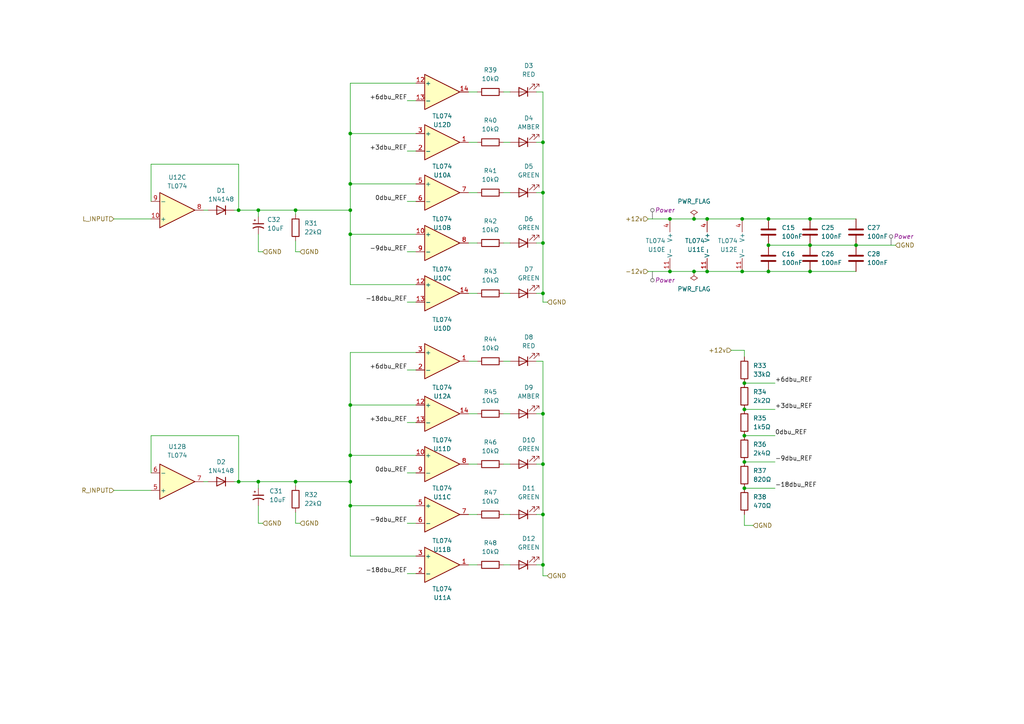
<source format=kicad_sch>
(kicad_sch (version 20231120) (generator "eeschema") (generator_version "8.0")
  (paper "A4")
  (title_block (title "Output") (date "2024-03-18") (rev "v1.1") (company "Free Modular"))
  (lib_symbols
    (symbol "Amplifier_Operational:TL074" (pin_names (offset 0.127))
      (property "Reference" "U" (at 0 5.08 0))
      (property "Value" "TL074" (at 0 -5.08 0))
      (symbol "TL074_1_1"
        (polyline (pts (xy -5.08 5.08) (xy 5.08 0) (xy -5.08 -5.08) (xy -5.08 5.08)) (stroke (width 0.254)) (fill (type background)))
        (pin output line (at 7.62 0 180) (length 2.54) (name "~") (number "1"))
        (pin input line (at -7.62 -2.54 0) (length 2.54) (name "-") (number "2"))
        (pin input line (at -7.62 2.54 0) (length 2.54) (name "+") (number "3"))
      )
      (symbol "TL074_2_1"
        (polyline (pts (xy -5.08 5.08) (xy 5.08 0) (xy -5.08 -5.08) (xy -5.08 5.08)) (stroke (width 0.254)) (fill (type background)))
        (pin input line (at -7.62 2.54 0) (length 2.54) (name "+") (number "5"))
        (pin input line (at -7.62 -2.54 0) (length 2.54) (name "-") (number "6"))
        (pin output line (at 7.62 0 180) (length 2.54) (name "~") (number "7"))
      )
      (symbol "TL074_3_1"
        (polyline (pts (xy -5.08 5.08) (xy 5.08 0) (xy -5.08 -5.08) (xy -5.08 5.08)) (stroke (width 0.254)) (fill (type background)))
        (pin input line (at -7.62 2.54 0) (length 2.54) (name "+") (number "10"))
        (pin output line (at 7.62 0 180) (length 2.54) (name "~") (number "8"))
        (pin input line (at -7.62 -2.54 0) (length 2.54) (name "-") (number "9"))
      )
      (symbol "TL074_4_1"
        (polyline (pts (xy -5.08 5.08) (xy 5.08 0) (xy -5.08 -5.08) (xy -5.08 5.08)) (stroke (width 0.254)) (fill (type background)))
        (pin input line (at -7.62 2.54 0) (length 2.54) (name "+") (number "12"))
        (pin input line (at -7.62 -2.54 0) (length 2.54) (name "-") (number "13"))
        (pin output line (at 7.62 0 180) (length 2.54) (name "~") (number "14"))
      )
      (symbol "TL074_5_1"
        (pin power_in line (at -2.54 -7.62 90) (length 3.81) (name "V-") (number "11"))
        (pin power_in line (at -2.54 7.62 270) (length 3.81) (name "V+") (number "4"))
      )
    )
    (symbol "Device:C" (pin_numbers hide) (pin_names (offset 0.254))
      (property "Reference" "C" (at 0.635 2.54 0))
      (property "Value" "C" (at 0.635 -2.54 0))
      (symbol "C_0_1"
        (polyline (pts (xy -2.032 -0.762) (xy 2.032 -0.762)) (stroke (width 0.508)))
        (polyline (pts (xy -2.032 0.762) (xy 2.032 0.762)) (stroke (width 0.508)))
      )
      (symbol "C_1_1"
        (pin passive line (at 0 3.81 270) (length 2.794) (name "~") (number "1"))
        (pin passive line (at 0 -3.81 90) (length 2.794) (name "~") (number "2"))
      )
    )
    (symbol "Device:C_Polarized_Small_US" (pin_numbers hide) (pin_names (offset 0.254) hide)
      (property "Reference" "C" (at 0.254 1.778 0))
      (property "Value" "C_Polarized_Small_US" (at 0.254 -2.032 0))
      (symbol "C_Polarized_Small_US_0_1"
        (polyline (pts (xy -1.524 0.508) (xy 1.524 0.508)) (stroke (width 0.3048)))
        (polyline (pts (xy -1.27 1.524) (xy -0.762 1.524)))
        (polyline (pts (xy -1.016 1.27) (xy -1.016 1.778)))
        (arc (start 1.524 -0.762) (mid 0 -0.3734) (end -1.524 -0.762) (stroke (width 0.3048)))
      )
      (symbol "C_Polarized_Small_US_1_1"
        (pin passive line (at 0 2.54 270) (length 2.032) (name "~") (number "1"))
        (pin passive line (at 0 -2.54 90) (length 2.032) (name "~") (number "2"))
      )
    )
    (symbol "Device:D" (pin_numbers hide) (pin_names (offset 1.016) hide)
      (property "Reference" "D" (at 0 2.54 0))
      (property "Value" "D" (at 0 -2.54 0))
      (symbol "D_0_1"
        (polyline (pts (xy -1.27 1.27) (xy -1.27 -1.27)) (stroke (width 0.254)))
        (polyline (pts (xy 1.27 0) (xy -1.27 0)))
        (polyline (pts (xy 1.27 1.27) (xy 1.27 -1.27) (xy -1.27 0) (xy 1.27 1.27)) (stroke (width 0.254)))
      )
      (symbol "D_1_1"
        (pin passive line (at -3.81 0 0) (length 2.54) (name "K") (number "1"))
        (pin passive line (at 3.81 0 180) (length 2.54) (name "A") (number "2"))
      )
    )
    (symbol "Device:LED" (pin_numbers hide) (pin_names (offset 1.016) hide)
      (property "Reference" "D" (at 0 2.54 0))
      (property "Value" "LED" (at 0 -2.54 0))
      (symbol "LED_0_1"
        (polyline (pts (xy -1.27 -1.27) (xy -1.27 1.27)) (stroke (width 0.254)))
        (polyline (pts (xy -1.27 0) (xy 1.27 0)))
        (polyline (pts (xy 1.27 -1.27) (xy 1.27 1.27) (xy -1.27 0) (xy 1.27 -1.27)) (stroke (width 0.254)))
        (polyline (pts (xy -3.048 -0.762) (xy -4.572 -2.286) (xy -3.81 -2.286) (xy -4.572 -2.286) (xy -4.572 -1.524)))
        (polyline (pts (xy -1.778 -0.762) (xy -3.302 -2.286) (xy -2.54 -2.286) (xy -3.302 -2.286) (xy -3.302 -1.524)))
      )
      (symbol "LED_1_1"
        (pin passive line (at -3.81 0 0) (length 2.54) (name "K") (number "1"))
        (pin passive line (at 3.81 0 180) (length 2.54) (name "A") (number "2"))
      )
    )
    (symbol "Device:R" (pin_numbers hide) (pin_names (offset 0))
      (property "Reference" "R" (at 2.032 0 90))
      (property "Value" "R" (at 0 0 90))
      (symbol "R_0_1"
        (rectangle (start -1.016 -2.54) (end 1.016 2.54) (stroke (width 0.254)))
      )
      (symbol "R_1_1"
        (pin passive line (at 0 3.81 270) (length 1.27) (name "~") (number "1"))
        (pin passive line (at 0 -3.81 90) (length 1.27) (name "~") (number "2"))
      )
    )
    (symbol "power:PWR_FLAG" (power) (pin_numbers hide) (pin_names (offset 0) hide)
      (property "Value" "PWR_FLAG" (at 0 3.81 0))
      (symbol "PWR_FLAG_0_0"
        (pin power_out line (at 0 0 90) (length 0) (name "~") (number "1"))
      )
      (symbol "PWR_FLAG_0_1"
        (polyline (pts (xy 0 0) (xy 0 1.27) (xy -1.016 1.905) (xy 0 2.54) (xy 1.016 1.905) (xy 0 1.27)))
      )
    )
  )
  (junction (at 215.9 118.745))
  (junction (at 215.265 78.74))
  (junction (at 222.885 63.5))
  (junction (at 157.48 41.275))
  (junction (at 215.9 133.985))
  (junction (at 194.31 63.5))
  (junction (at 157.48 85.09))
  (junction (at 248.285 71.12))
  (junction (at 69.215 139.7))
  (junction (at 69.215 60.96))
  (junction (at 201.295 78.74))
  (junction (at 234.95 78.74))
  (junction (at 101.6 67.945))
  (junction (at 157.48 55.88))
  (junction (at 101.6 53.34))
  (junction (at 157.48 149.225))
  (junction (at 101.6 146.685))
  (junction (at 194.31 78.74))
  (junction (at 74.93 139.7))
  (junction (at 215.265 63.5))
  (junction (at 101.6 132.08))
  (junction (at 101.6 117.475))
  (junction (at 205.105 78.74))
  (junction (at 101.6 60.96))
  (junction (at 201.295 63.5))
  (junction (at 74.93 60.96))
  (junction (at 101.6 139.7))
  (junction (at 222.885 71.12))
  (junction (at 215.9 111.125))
  (junction (at 101.6 38.735))
  (junction (at 85.725 60.96))
  (junction (at 234.95 63.5))
  (junction (at 157.48 120.015))
  (junction (at 234.95 71.12))
  (junction (at 222.885 78.74))
  (junction (at 205.105 63.5))
  (junction (at 157.48 70.485))
  (junction (at 215.9 141.605))
  (junction (at 85.725 139.7))
  (junction (at 157.48 134.62))
  (junction (at 157.48 163.83))
  (junction (at 215.9 126.365))
  (wire (pts (xy 60.325 139.7) (xy 59.055 139.7)))
  (wire (pts (xy 201.295 63.5) (xy 205.105 63.5)))
  (wire (pts (xy 155.575 85.09) (xy 157.48 85.09)))
  (wire (pts (xy 43.815 58.42) (xy 43.815 47.625)))
  (wire (pts (xy 201.295 78.74) (xy 194.31 78.74)))
  (wire (pts (xy 118.11 137.16) (xy 120.65 137.16)))
  (wire (pts (xy 146.05 134.62) (xy 147.955 134.62)))
  (wire (pts (xy 85.725 139.7) (xy 101.6 139.7)))
  (wire (pts (xy 43.815 47.625) (xy 69.215 47.625)))
  (wire (pts (xy 215.9 133.985) (xy 224.79 133.985)))
  (wire (pts (xy 215.9 126.365) (xy 224.79 126.365)))
  (wire (pts (xy 146.05 41.275) (xy 147.955 41.275)))
  (wire (pts (xy 157.48 120.015) (xy 157.48 134.62)))
  (wire (pts (xy 74.93 60.96) (xy 85.725 60.96)))
  (wire (pts (xy 146.05 104.775) (xy 147.955 104.775)))
  (wire (pts (xy 157.48 149.225) (xy 157.48 163.83)))
  (wire (pts (xy 118.11 87.63) (xy 120.65 87.63)))
  (wire (pts (xy 234.95 63.5) (xy 248.285 63.5)))
  (wire (pts (xy 215.9 111.125) (xy 224.79 111.125)))
  (wire (pts (xy 135.89 104.775) (xy 138.43 104.775)))
  (wire (pts (xy 146.05 85.09) (xy 147.955 85.09)))
  (wire (pts (xy 146.05 26.67) (xy 147.955 26.67)))
  (wire (pts (xy 43.815 137.16) (xy 43.815 126.365)))
  (wire (pts (xy 118.11 43.815) (xy 120.65 43.815)))
  (wire (pts (xy 67.945 60.96) (xy 69.215 60.96)))
  (wire (pts (xy 234.95 71.12) (xy 248.285 71.12)))
  (wire (pts (xy 215.265 63.5) (xy 222.885 63.5)))
  (wire (pts (xy 157.48 104.775) (xy 157.48 120.015)))
  (wire (pts (xy 212.09 101.6) (xy 215.9 101.6)))
  (wire (pts (xy 101.6 146.685) (xy 101.6 161.29)))
  (wire (pts (xy 85.725 69.85) (xy 85.725 73.025)))
  (wire (pts (xy 205.105 63.5) (xy 215.265 63.5)))
  (wire (pts (xy 74.93 60.96) (xy 74.93 62.865)))
  (wire (pts (xy 101.6 161.29) (xy 120.65 161.29)))
  (wire (pts (xy 194.31 78.74) (xy 187.96 78.74)))
  (wire (pts (xy 33.02 142.24) (xy 43.815 142.24)))
  (wire (pts (xy 118.11 151.765) (xy 120.65 151.765)))
  (wire (pts (xy 135.89 149.225) (xy 138.43 149.225)))
  (wire (pts (xy 146.05 163.83) (xy 147.955 163.83)))
  (wire (pts (xy 215.9 152.4) (xy 218.44 152.4)))
  (wire (pts (xy 155.575 70.485) (xy 157.48 70.485)))
  (wire (pts (xy 118.11 29.21) (xy 120.65 29.21)))
  (wire (pts (xy 85.725 139.7) (xy 85.725 140.97)))
  (wire (pts (xy 101.6 139.7) (xy 101.6 132.08)))
  (wire (pts (xy 155.575 134.62) (xy 157.48 134.62)))
  (wire (pts (xy 101.6 24.13) (xy 120.65 24.13)))
  (wire (pts (xy 155.575 120.015) (xy 157.48 120.015)))
  (wire (pts (xy 85.725 148.59) (xy 85.725 151.765)))
  (wire (pts (xy 135.89 163.83) (xy 138.43 163.83)))
  (wire (pts (xy 234.95 78.74) (xy 248.285 78.74)))
  (wire (pts (xy 234.95 71.12) (xy 222.885 71.12)))
  (wire (pts (xy 74.93 146.685) (xy 74.93 151.765)))
  (wire (pts (xy 101.6 53.34) (xy 101.6 38.735)))
  (wire (pts (xy 157.48 70.485) (xy 157.48 85.09)))
  (wire (pts (xy 60.325 60.96) (xy 59.055 60.96)))
  (wire (pts (xy 33.02 63.5) (xy 43.815 63.5)))
  (wire (pts (xy 155.575 26.67) (xy 157.48 26.67)))
  (wire (pts (xy 85.725 60.96) (xy 85.725 62.23)))
  (wire (pts (xy 248.285 71.12) (xy 259.715 71.12)))
  (wire (pts (xy 101.6 53.34) (xy 120.65 53.34)))
  (wire (pts (xy 74.93 139.7) (xy 74.93 141.605)))
  (wire (pts (xy 101.6 38.735) (xy 101.6 24.13)))
  (wire (pts (xy 157.48 134.62) (xy 157.48 149.225)))
  (wire (pts (xy 69.215 139.7) (xy 69.215 126.365)))
  (wire (pts (xy 101.6 60.96) (xy 101.6 67.945)))
  (wire (pts (xy 157.48 87.63) (xy 158.75 87.63)))
  (wire (pts (xy 118.11 73.025) (xy 120.65 73.025)))
  (wire (pts (xy 69.215 60.96) (xy 69.215 47.625)))
  (wire (pts (xy 157.48 85.09) (xy 157.48 87.63)))
  (wire (pts (xy 118.11 58.42) (xy 120.65 58.42)))
  (wire (pts (xy 205.105 78.74) (xy 201.295 78.74)))
  (wire (pts (xy 135.89 26.67) (xy 138.43 26.67)))
  (wire (pts (xy 101.6 60.96) (xy 101.6 53.34)))
  (wire (pts (xy 155.575 163.83) (xy 157.48 163.83)))
  (wire (pts (xy 101.6 139.7) (xy 101.6 146.685)))
  (wire (pts (xy 157.48 55.88) (xy 157.48 70.485)))
  (wire (pts (xy 215.9 101.6) (xy 215.9 103.505)))
  (wire (pts (xy 155.575 104.775) (xy 157.48 104.775)))
  (wire (pts (xy 118.11 166.37) (xy 120.65 166.37)))
  (wire (pts (xy 85.725 73.025) (xy 86.995 73.025)))
  (wire (pts (xy 85.725 151.765) (xy 86.995 151.765)))
  (wire (pts (xy 101.6 67.945) (xy 101.6 82.55)))
  (wire (pts (xy 222.885 78.74) (xy 234.95 78.74)))
  (wire (pts (xy 67.945 139.7) (xy 69.215 139.7)))
  (wire (pts (xy 135.89 134.62) (xy 138.43 134.62)))
  (wire (pts (xy 101.6 117.475) (xy 120.65 117.475)))
  (wire (pts (xy 135.89 120.015) (xy 138.43 120.015)))
  (wire (pts (xy 101.6 38.735) (xy 120.65 38.735)))
  (wire (pts (xy 135.89 85.09) (xy 138.43 85.09)))
  (wire (pts (xy 101.6 132.08) (xy 120.65 132.08)))
  (wire (pts (xy 74.93 139.7) (xy 85.725 139.7)))
  (wire (pts (xy 135.89 70.485) (xy 138.43 70.485)))
  (wire (pts (xy 69.215 139.7) (xy 74.93 139.7)))
  (wire (pts (xy 74.93 73.025) (xy 76.2 73.025)))
  (wire (pts (xy 157.48 163.83) (xy 157.48 167.005)))
  (wire (pts (xy 157.48 26.67) (xy 157.48 41.275)))
  (wire (pts (xy 205.105 78.74) (xy 215.265 78.74)))
  (wire (pts (xy 215.9 149.225) (xy 215.9 152.4)))
  (wire (pts (xy 74.93 151.765) (xy 76.2 151.765)))
  (wire (pts (xy 146.05 120.015) (xy 147.955 120.015)))
  (wire (pts (xy 155.575 41.275) (xy 157.48 41.275)))
  (wire (pts (xy 157.48 41.275) (xy 157.48 55.88)))
  (wire (pts (xy 222.885 63.5) (xy 234.95 63.5)))
  (wire (pts (xy 101.6 67.945) (xy 120.65 67.945)))
  (wire (pts (xy 155.575 55.88) (xy 157.48 55.88)))
  (wire (pts (xy 146.05 55.88) (xy 147.955 55.88)))
  (wire (pts (xy 101.6 82.55) (xy 120.65 82.55)))
  (wire (pts (xy 101.6 102.235) (xy 101.6 117.475)))
  (wire (pts (xy 135.89 55.88) (xy 138.43 55.88)))
  (wire (pts (xy 101.6 132.08) (xy 101.6 117.475)))
  (wire (pts (xy 215.265 78.74) (xy 222.885 78.74)))
  (wire (pts (xy 187.96 63.5) (xy 194.31 63.5)))
  (wire (pts (xy 215.9 118.745) (xy 224.79 118.745)))
  (wire (pts (xy 85.725 60.96) (xy 101.6 60.96)))
  (wire (pts (xy 157.48 167.005) (xy 158.75 167.005)))
  (wire (pts (xy 101.6 146.685) (xy 120.65 146.685)))
  (wire (pts (xy 155.575 149.225) (xy 157.48 149.225)))
  (wire (pts (xy 118.11 122.555) (xy 120.65 122.555)))
  (wire (pts (xy 146.05 149.225) (xy 147.955 149.225)))
  (wire (pts (xy 194.31 63.5) (xy 201.295 63.5)))
  (wire (pts (xy 69.215 60.96) (xy 74.93 60.96)))
  (wire (pts (xy 120.65 102.235) (xy 101.6 102.235)))
  (wire (pts (xy 43.815 126.365) (xy 69.215 126.365)))
  (wire (pts (xy 74.93 67.945) (xy 74.93 73.025)))
  (wire (pts (xy 215.9 141.605) (xy 224.79 141.605)))
  (wire (pts (xy 146.05 70.485) (xy 147.955 70.485)))
  (wire (pts (xy 135.89 41.275) (xy 138.43 41.275)))
  (wire (pts (xy 118.11 107.315) (xy 120.65 107.315)))
  (label "+3dbu_REF" (at 118.11 122.555 180))
  (label "+3dbu_REF" (at 224.79 118.745 0))
  (label "-9dbu_REF" (at 118.11 151.765 180))
  (label "+6dbu_REF" (at 118.11 107.315 180))
  (label "-18dbu_REF" (at 118.11 166.37 180))
  (label "-9dbu_REF" (at 224.79 133.985 0))
  (label "0dbu_REF" (at 224.79 126.365 0))
  (label "+6dbu_REF" (at 224.79 111.125 0))
  (label "0dbu_REF" (at 118.11 58.42 180))
  (label "+3dbu_REF" (at 118.11 43.815 180))
  (label "-18dbu_REF" (at 224.79 141.605 0))
  (label "-9dbu_REF" (at 118.11 73.025 180))
  (label "+6dbu_REF" (at 118.11 29.21 180))
  (label "0dbu_REF" (at 118.11 137.16 180))
  (label "-18dbu_REF" (at 118.11 87.63 180))
  (hierarchical_label "GND" (shape input) (at 259.715 71.12 0))
  (hierarchical_label "L_INPUT" (shape input) (at 33.02 63.5 180))
  (hierarchical_label "R_INPUT" (shape input) (at 33.02 142.24 180))
  (hierarchical_label "-12v" (shape input) (at 187.96 78.74 180))
  (hierarchical_label "GND" (shape input) (at 158.75 87.63 0))
  (hierarchical_label "+12v" (shape input) (at 187.96 63.5 180))
  (hierarchical_label "GND" (shape input) (at 86.995 151.765 0))
  (hierarchical_label "GND" (shape input) (at 218.44 152.4 0))
  (hierarchical_label "GND" (shape input) (at 76.2 151.765 0))
  (hierarchical_label "GND" (shape input) (at 76.2 73.025 0))
  (hierarchical_label "GND" (shape input) (at 158.75 167.005 0))
  (hierarchical_label "+12v" (shape input) (at 212.09 101.6 180))
  (hierarchical_label "GND" (shape input) (at 86.995 73.025 0))
  (netclass_flag "" (length 2.54) (shape round) (at 258.445 71.12 0) (property "Netclass" "Power" (at 259.1435 68.58 0) (effects (font (italic yes)) (justify left))))
  (netclass_flag "" (length 2.54) (shape round) (at 189.23 78.74 180) (property "Netclass" "Power" (at 189.9285 81.28 0) (effects (font (italic yes)) (justify left))))
  (netclass_flag "" (length 2.54) (shape round) (at 189.23 63.5 0) (property "Netclass" "Power" (at 189.9285 60.96 0) (effects (font (italic yes)) (justify left))))
  (symbol (lib_id "Device:R") (at 142.24 120.015 90) (unit 1)
    (property "Reference" "R45" (at 142.24 113.665 90))
    (property "Value" "10kΩ" (at 142.24 116.205 90))
    (property "Footprint" "Resistor_THT:R_Axial_DIN0207_L6.3mm_D2.5mm_P10.16mm_Horizontal" (effects (hide yes)))
  )
  (symbol (lib_id "Amplifier_Operational:TL074") (at 128.27 26.67 0) (unit 4)
    (property "Reference" "U12" (at 128.27 36.195 0))
    (property "Value" "TL074" (at 128.27 33.655 0))
    (property "Footprint" "Package_DIP:DIP-14_W7.62mm" (effects (hide yes)))
    (property "Datasheet" "http://www.ti.com/lit/ds/symlink/tl071.pdf" (effects (hide yes)))
  )
  (symbol (lib_id "Device:LED") (at 151.765 85.09 180) (unit 1)
    (property "Reference" "D7" (at 153.3525 78.105 0))
    (property "Value" "GREEN" (at 153.3525 80.645 0))
    (property "Footprint" "LED_THT:LED_D3.0mm" (effects (hide yes)))
  )
  (symbol (lib_id "Device:R") (at 142.24 41.275 90) (unit 1)
    (property "Reference" "R40" (at 142.24 34.925 90))
    (property "Value" "10kΩ" (at 142.24 37.465 90))
    (property "Footprint" "Resistor_THT:R_Axial_DIN0207_L6.3mm_D2.5mm_P10.16mm_Horizontal" (effects (hide yes)))
  )
  (symbol (lib_id "Device:LED") (at 151.765 26.67 180) (unit 1)
    (property "Reference" "D3" (at 153.3525 19.05 0))
    (property "Value" "RED" (at 153.3525 21.59 0))
    (property "Footprint" "LED_THT:LED_D3.0mm" (effects (hide yes)))
  )
  (symbol (lib_id "Device:R") (at 142.24 55.88 90) (unit 1)
    (property "Reference" "R41" (at 142.24 49.53 90))
    (property "Value" "10kΩ" (at 142.24 52.07 90))
    (property "Footprint" "Resistor_THT:R_Axial_DIN0207_L6.3mm_D2.5mm_P10.16mm_Horizontal" (effects (hide yes)))
  )
  (symbol (lib_id "Device:R") (at 215.9 130.175 0) (unit 1)
    (property "Reference" "R36" (at 218.44 128.9049 0) (effects (justify left)))
    (property "Value" "2k4Ω" (at 218.44 131.4449 0) (effects (justify left)))
    (property "Footprint" "Resistor_THT:R_Axial_DIN0207_L6.3mm_D2.5mm_P10.16mm_Horizontal" (effects (hide yes)))
  )
  (symbol (lib_id "Amplifier_Operational:TL074") (at 128.27 120.015 0) (unit 4)
    (property "Reference" "U11" (at 128.27 130.175 0))
    (property "Value" "TL074" (at 128.27 127.635 0))
    (property "Footprint" "Package_DIP:DIP-14_W7.62mm" (effects (hide yes)))
    (property "Datasheet" "http://www.ti.com/lit/ds/symlink/tl071.pdf" (effects (hide yes)))
  )
  (symbol (lib_id "Device:R") (at 142.24 104.775 90) (unit 1)
    (property "Reference" "R44" (at 142.24 98.425 90))
    (property "Value" "10kΩ" (at 142.24 100.965 90))
    (property "Footprint" "Resistor_THT:R_Axial_DIN0207_L6.3mm_D2.5mm_P10.16mm_Horizontal" (effects (hide yes)))
  )
  (symbol (lib_id "Amplifier_Operational:TL074") (at 128.27 70.485 0) (unit 3)
    (property "Reference" "U10" (at 128.27 80.645 0))
    (property "Value" "TL074" (at 128.27 78.105 0))
    (property "Footprint" "Package_DIP:DIP-14_W7.62mm" (effects (hide yes)))
    (property "Datasheet" "http://www.ti.com/lit/ds/symlink/tl071.pdf" (effects (hide yes)))
  )
  (symbol (lib_id "Amplifier_Operational:TL074") (at 128.27 55.88 0) (unit 2)
    (property "Reference" "U10" (at 128.27 66.04 0))
    (property "Value" "TL074" (at 128.27 63.5 0))
    (property "Footprint" "Package_DIP:DIP-14_W7.62mm" (effects (hide yes)))
    (property "Datasheet" "http://www.ti.com/lit/ds/symlink/tl071.pdf" (effects (hide yes)))
  )
  (symbol (lib_id "Device:R") (at 142.24 70.485 90) (unit 1)
    (property "Reference" "R42" (at 142.24 64.135 90))
    (property "Value" "10kΩ" (at 142.24 66.675 90))
    (property "Footprint" "Resistor_THT:R_Axial_DIN0207_L6.3mm_D2.5mm_P10.16mm_Horizontal" (effects (hide yes)))
  )
  (symbol (lib_id "Amplifier_Operational:TL074") (at 128.27 149.225 0) (unit 2)
    (property "Reference" "U11" (at 128.27 159.385 0))
    (property "Value" "TL074" (at 128.27 156.845 0))
    (property "Footprint" "Package_DIP:DIP-14_W7.62mm" (effects (hide yes)))
    (property "Datasheet" "http://www.ti.com/lit/ds/symlink/tl071.pdf" (effects (hide yes)))
  )
  (symbol (lib_id "Device:D") (at 64.135 60.96 0) (mirror y) (unit 1)
    (property "Reference" "D1" (at 64.135 55.245 0))
    (property "Value" "1N4148" (at 64.135 57.785 0))
    (property "Footprint" "Diode_THT:D_A-405_P7.62mm_Horizontal" (effects (hide yes)))
    (property "Sim.Device" "D" (effects (hide yes)))
    (property "Sim.Pins" "1=K 2=A" (effects (hide yes)))
  )
  (symbol (lib_id "Device:R") (at 85.725 66.04 0) (unit 1)
    (property "Reference" "R31" (at 88.265 64.77 0) (effects (justify left)))
    (property "Value" "22kΩ" (at 88.265 67.31 0) (effects (justify left)))
    (property "Footprint" "Resistor_THT:R_Axial_DIN0207_L6.3mm_D2.5mm_P10.16mm_Horizontal" (effects (hide yes)))
  )
  (symbol (lib_id "power:PWR_FLAG") (at 201.295 63.5 0) (unit 1)
    (property "Reference" "#FLG01" (effects (hide yes)))
    (property "Value" "PWR_FLAG" (at 201.295 58.42 0))
    (property "Description" "Special symbol for telling ERC where power comes from" (effects (hide yes)))
  )
  (symbol (lib_id "Device:R") (at 142.24 134.62 90) (unit 1)
    (property "Reference" "R46" (at 142.24 128.27 90))
    (property "Value" "10kΩ" (at 142.24 130.81 90))
    (property "Footprint" "Resistor_THT:R_Axial_DIN0207_L6.3mm_D2.5mm_P10.16mm_Horizontal" (effects (hide yes)))
  )
  (symbol (lib_id "Device:LED") (at 151.765 70.485 180) (unit 1)
    (property "Reference" "D6" (at 153.3525 63.5 0))
    (property "Value" "GREEN" (at 153.3525 66.04 0))
    (property "Footprint" "LED_THT:LED_D3.0mm" (effects (hide yes)))
  )
  (symbol (lib_id "Device:C") (at 222.885 74.93 0) (unit 1)
    (property "Reference" "C16" (at 226.695 73.66 0) (effects (justify left)))
    (property "Value" "100nF" (at 226.695 76.2 0) (effects (justify left)))
    (property "Footprint" "Capacitor_THT:C_Disc_D4.7mm_W2.5mm_P5.00mm" (effects (hide yes)))
  )
  (symbol (lib_id "power:PWR_FLAG") (at 201.295 78.74 0) (mirror x) (unit 1)
    (property "Reference" "#FLG02" (effects (hide yes)))
    (property "Value" "PWR_FLAG" (at 201.295 83.82 0))
    (property "Description" "Special symbol for telling ERC where power comes from" (effects (hide yes)))
  )
  (symbol (lib_id "Amplifier_Operational:TL074") (at 217.805 71.12 0) (unit 5)
    (property "Reference" "U12" (at 213.995 72.39 0) (effects (justify right)))
    (property "Value" "TL074" (at 213.995 69.85 0) (effects (justify right)))
    (property "Footprint" "Package_DIP:DIP-14_W7.62mm" (effects (hide yes)))
    (property "Datasheet" "http://www.ti.com/lit/ds/symlink/tl071.pdf" (effects (hide yes)))
  )
  (symbol (lib_id "Device:R") (at 142.24 149.225 90) (unit 1)
    (property "Reference" "R47" (at 142.24 142.875 90))
    (property "Value" "10kΩ" (at 142.24 145.415 90))
    (property "Footprint" "Resistor_THT:R_Axial_DIN0207_L6.3mm_D2.5mm_P10.16mm_Horizontal" (effects (hide yes)))
  )
  (symbol (lib_id "Device:R") (at 85.725 144.78 0) (unit 1)
    (property "Reference" "R32" (at 88.265 143.51 0) (effects (justify left)))
    (property "Value" "22kΩ" (at 88.265 146.05 0) (effects (justify left)))
    (property "Footprint" "Resistor_THT:R_Axial_DIN0207_L6.3mm_D2.5mm_P10.16mm_Horizontal" (effects (hide yes)))
  )
  (symbol (lib_id "Device:C_Polarized_Small_US") (at 74.93 65.405 0) (unit 1)
    (property "Reference" "C32" (at 77.47 63.7032 0) (effects (justify left)))
    (property "Value" "10uF" (at 77.47 66.2432 0) (effects (justify left)))
    (property "Footprint" "Capacitor_THT:CP_Radial_D4.0mm_P1.50mm" (effects (hide yes)))
  )
  (symbol (lib_id "Device:LED") (at 151.765 120.015 180) (unit 1)
    (property "Reference" "D9" (at 153.3525 112.395 0))
    (property "Value" "AMBER" (at 153.3525 114.935 0))
    (property "Footprint" "LED_THT:LED_D3.0mm" (effects (hide yes)))
  )
  (symbol (lib_id "Device:LED") (at 151.765 163.83 180) (unit 1)
    (property "Reference" "D12" (at 153.3525 156.21 0))
    (property "Value" "GREEN" (at 153.3525 158.75 0))
    (property "Footprint" "LED_THT:LED_D3.0mm" (effects (hide yes)))
  )
  (symbol (lib_id "Device:LED") (at 151.765 55.88 180) (unit 1)
    (property "Reference" "D5" (at 153.3525 48.26 0))
    (property "Value" "GREEN" (at 153.3525 50.8 0))
    (property "Footprint" "LED_THT:LED_D3.0mm" (effects (hide yes)))
  )
  (symbol (lib_id "Amplifier_Operational:TL074") (at 128.27 134.62 0) (unit 3)
    (property "Reference" "U11" (at 128.27 144.145 0))
    (property "Value" "TL074" (at 128.27 141.605 0))
    (property "Footprint" "Package_DIP:DIP-14_W7.62mm" (effects (hide yes)))
    (property "Datasheet" "http://www.ti.com/lit/ds/symlink/tl071.pdf" (effects (hide yes)))
  )
  (symbol (lib_id "Device:C_Polarized_Small_US") (at 74.93 144.145 0) (unit 1)
    (property "Reference" "C31" (at 78.105 142.4432 0) (effects (justify left)))
    (property "Value" "10uF" (at 78.105 144.9832 0) (effects (justify left)))
    (property "Footprint" "Capacitor_THT:CP_Radial_D4.0mm_P1.50mm" (effects (hide yes)))
  )
  (symbol (lib_id "Device:C") (at 234.95 74.93 0) (unit 1)
    (property "Reference" "C26" (at 238.125 73.66 0) (effects (justify left)))
    (property "Value" "100nF" (at 238.125 76.2 0) (effects (justify left)))
    (property "Footprint" "Capacitor_THT:C_Disc_D4.7mm_W2.5mm_P5.00mm" (effects (hide yes)))
  )
  (symbol (lib_id "Device:C") (at 248.285 74.93 0) (unit 1)
    (property "Reference" "C28" (at 251.46 73.66 0) (effects (justify left)))
    (property "Value" "100nF" (at 251.46 76.2 0) (effects (justify left)))
    (property "Footprint" "Capacitor_THT:C_Disc_D4.7mm_W2.5mm_P5.00mm" (effects (hide yes)))
  )
  (symbol (lib_id "Amplifier_Operational:TL074") (at 128.27 163.83 0) (unit 1)
    (property "Reference" "U11" (at 128.27 173.355 0))
    (property "Value" "TL074" (at 128.27 170.815 0))
    (property "Footprint" "Package_DIP:DIP-14_W7.62mm" (effects (hide yes)))
    (property "Datasheet" "http://www.ti.com/lit/ds/symlink/tl071.pdf" (effects (hide yes)))
  )
  (symbol (lib_id "Device:C") (at 248.285 67.31 0) (unit 1)
    (property "Reference" "C27" (at 251.46 66.04 0) (effects (justify left)))
    (property "Value" "100nF" (at 251.46 68.58 0) (effects (justify left)))
    (property "Footprint" "Capacitor_THT:C_Disc_D4.7mm_W2.5mm_P5.00mm" (effects (hide yes)))
  )
  (symbol (lib_id "Device:R") (at 142.24 85.09 90) (unit 1)
    (property "Reference" "R43" (at 142.24 78.74 90))
    (property "Value" "10kΩ" (at 142.24 81.28 90))
    (property "Footprint" "Resistor_THT:R_Axial_DIN0207_L6.3mm_D2.5mm_P10.16mm_Horizontal" (effects (hide yes)))
  )
  (symbol (lib_id "Device:R") (at 215.9 107.315 0) (unit 1)
    (property "Reference" "R33" (at 218.44 106.0449 0) (effects (justify left)))
    (property "Value" "33kΩ" (at 218.44 108.5849 0) (effects (justify left)))
    (property "Footprint" "Resistor_THT:R_Axial_DIN0207_L6.3mm_D2.5mm_P10.16mm_Horizontal" (effects (hide yes)))
  )
  (symbol (lib_id "Device:R") (at 215.9 145.415 0) (unit 1)
    (property "Reference" "R38" (at 218.44 144.1449 0) (effects (justify left)))
    (property "Value" "470Ω" (at 218.44 146.6849 0) (effects (justify left)))
    (property "Footprint" "Resistor_THT:R_Axial_DIN0207_L6.3mm_D2.5mm_P10.16mm_Horizontal" (effects (hide yes)))
  )
  (symbol (lib_id "Device:R") (at 142.24 163.83 90) (unit 1)
    (property "Reference" "R48" (at 142.24 157.48 90))
    (property "Value" "10kΩ" (at 142.24 160.02 90))
    (property "Footprint" "Resistor_THT:R_Axial_DIN0207_L6.3mm_D2.5mm_P10.16mm_Horizontal" (effects (hide yes)))
  )
  (symbol (lib_id "Device:LED") (at 151.765 134.62 180) (unit 1)
    (property "Reference" "D10" (at 153.3525 127.635 0))
    (property "Value" "GREEN" (at 153.3525 130.175 0))
    (property "Footprint" "LED_THT:LED_D3.0mm" (effects (hide yes)))
  )
  (symbol (lib_id "Device:LED") (at 151.765 149.225 180) (unit 1)
    (property "Reference" "D11" (at 153.3525 141.605 0))
    (property "Value" "GREEN" (at 153.3525 144.145 0))
    (property "Footprint" "LED_THT:LED_D3.0mm" (effects (hide yes)))
  )
  (symbol (lib_id "Device:R") (at 215.9 137.795 0) (unit 1)
    (property "Reference" "R37" (at 218.44 136.5249 0) (effects (justify left)))
    (property "Value" "820Ω" (at 218.44 139.0649 0) (effects (justify left)))
    (property "Footprint" "Resistor_THT:R_Axial_DIN0207_L6.3mm_D2.5mm_P10.16mm_Horizontal" (effects (hide yes)))
  )
  (symbol (lib_id "Device:D") (at 64.135 139.7 0) (mirror y) (unit 1)
    (property "Reference" "D2" (at 64.135 133.985 0))
    (property "Value" "1N4148" (at 64.135 136.525 0))
    (property "Footprint" "Diode_THT:D_A-405_P7.62mm_Horizontal" (effects (hide yes)))
    (property "Sim.Device" "D" (effects (hide yes)))
    (property "Sim.Pins" "1=K 2=A" (effects (hide yes)))
  )
  (symbol (lib_id "Device:R") (at 215.9 114.935 0) (unit 1)
    (property "Reference" "R34" (at 218.44 113.6649 0) (effects (justify left)))
    (property "Value" "2k2Ω" (at 218.44 116.2049 0) (effects (justify left)))
    (property "Footprint" "Resistor_THT:R_Axial_DIN0207_L6.3mm_D2.5mm_P10.16mm_Horizontal" (effects (hide yes)))
  )
  (symbol (lib_id "Device:R") (at 215.9 122.555 0) (unit 1)
    (property "Reference" "R35" (at 218.44 121.2849 0) (effects (justify left)))
    (property "Value" "1k5Ω" (at 218.44 123.8249 0) (effects (justify left)))
    (property "Footprint" "Resistor_THT:R_Axial_DIN0207_L6.3mm_D2.5mm_P10.16mm_Horizontal" (effects (hide yes)))
  )
  (symbol (lib_id "Device:R") (at 142.24 26.67 90) (unit 1)
    (property "Reference" "R39" (at 142.24 20.32 90))
    (property "Value" "10kΩ" (at 142.24 22.86 90))
    (property "Footprint" "Resistor_THT:R_Axial_DIN0207_L6.3mm_D2.5mm_P10.16mm_Horizontal" (effects (hide yes)))
  )
  (symbol (lib_id "Amplifier_Operational:TL074") (at 128.27 85.09 0) (unit 4)
    (property "Reference" "U10" (at 128.27 95.25 0))
    (property "Value" "TL074" (at 128.27 92.71 0))
    (property "Footprint" "Package_DIP:DIP-14_W7.62mm" (effects (hide yes)))
    (property "Datasheet" "http://www.ti.com/lit/ds/symlink/tl071.pdf" (effects (hide yes)))
  )
  (symbol (lib_id "Device:C") (at 222.885 67.31 0) (unit 1)
    (property "Reference" "C15" (at 226.695 66.04 0) (effects (justify left)))
    (property "Value" "100nF" (at 226.695 68.58 0) (effects (justify left)))
    (property "Footprint" "Capacitor_THT:C_Disc_D4.7mm_W2.5mm_P5.00mm" (effects (hide yes)))
  )
  (symbol (lib_id "Device:LED") (at 151.765 41.275 180) (unit 1)
    (property "Reference" "D4" (at 153.3525 34.29 0))
    (property "Value" "AMBER" (at 153.3525 36.83 0))
    (property "Footprint" "LED_THT:LED_D3.0mm" (effects (hide yes)))
  )
  (symbol (lib_id "Device:C") (at 234.95 67.31 0) (unit 1)
    (property "Reference" "C25" (at 238.125 66.04 0) (effects (justify left)))
    (property "Value" "100nF" (at 238.125 68.58 0) (effects (justify left)))
    (property "Footprint" "Capacitor_THT:C_Disc_D4.7mm_W2.5mm_P5.00mm" (effects (hide yes)))
  )
  (symbol (lib_id "Amplifier_Operational:TL074") (at 51.435 60.96 0) (mirror x) (unit 3)
    (property "Reference" "U12" (at 51.435 51.435 0))
    (property "Value" "TL074" (at 51.435 53.975 0))
    (property "Footprint" "Package_DIP:DIP-14_W7.62mm" (effects (hide yes)))
    (property "Datasheet" "http://www.ti.com/lit/ds/symlink/tl071.pdf" (effects (hide yes)))
  )
  (symbol (lib_id "Amplifier_Operational:TL074") (at 128.27 104.775 0) (unit 1)
    (property "Reference" "U12" (at 128.27 114.935 0))
    (property "Value" "TL074" (at 128.27 112.395 0))
    (property "Footprint" "Package_DIP:DIP-14_W7.62mm" (effects (hide yes)))
    (property "Datasheet" "http://www.ti.com/lit/ds/symlink/tl071.pdf" (effects (hide yes)))
  )
  (symbol (lib_id "Device:LED") (at 151.765 104.775 180) (unit 1)
    (property "Reference" "D8" (at 153.3525 97.79 0))
    (property "Value" "RED" (at 153.3525 100.33 0))
    (property "Footprint" "LED_THT:LED_D3.0mm" (effects (hide yes)))
  )
  (symbol (lib_id "Amplifier_Operational:TL074") (at 196.85 71.12 0) (unit 5)
    (property "Reference" "U10" (at 193.04 72.39 0) (effects (justify right)))
    (property "Value" "TL074" (at 193.04 69.85 0) (effects (justify right)))
    (property "Footprint" "Package_DIP:DIP-14_W7.62mm" (effects (hide yes)))
    (property "Datasheet" "http://www.ti.com/lit/ds/symlink/tl071.pdf" (effects (hide yes)))
  )
  (symbol (lib_id "Amplifier_Operational:TL074") (at 128.27 41.275 0) (unit 1)
    (property "Reference" "U10" (at 128.27 50.8 0))
    (property "Value" "TL074" (at 128.27 48.26 0))
    (property "Footprint" "Package_DIP:DIP-14_W7.62mm" (effects (hide yes)))
    (property "Datasheet" "http://www.ti.com/lit/ds/symlink/tl071.pdf" (effects (hide yes)))
  )
  (symbol (lib_id "Amplifier_Operational:TL074") (at 207.645 71.12 0) (unit 5)
    (property "Reference" "U11" (at 204.47 72.39 0) (effects (justify right)))
    (property "Value" "TL074" (at 204.47 69.85 0) (effects (justify right)))
    (property "Footprint" "Package_DIP:DIP-14_W7.62mm" (effects (hide yes)))
    (property "Datasheet" "http://www.ti.com/lit/ds/symlink/tl071.pdf" (effects (hide yes)))
  )
  (symbol (lib_id "Amplifier_Operational:TL074") (at 51.435 139.7 0) (mirror x) (unit 2)
    (property "Reference" "U12" (at 51.435 129.54 0))
    (property "Value" "TL074" (at 51.435 132.08 0))
    (property "Footprint" "Package_DIP:DIP-14_W7.62mm" (effects (hide yes)))
    (property "Datasheet" "http://www.ti.com/lit/ds/symlink/tl071.pdf" (effects (hide yes)))
  )
)
</source>
